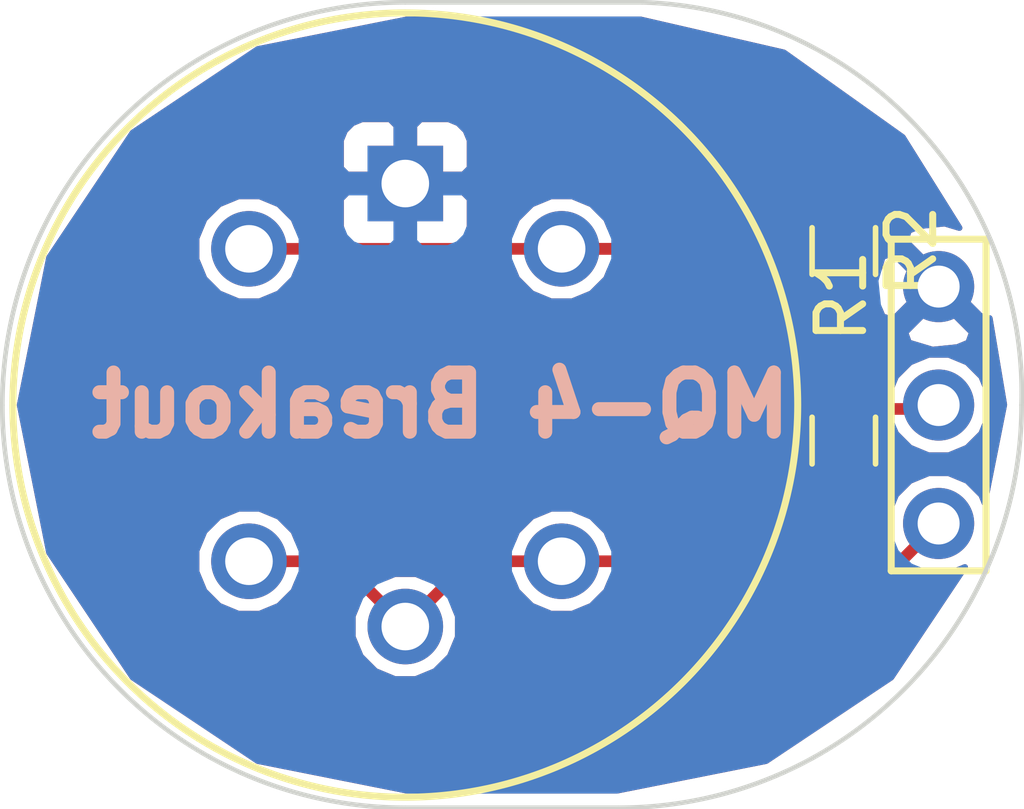
<source format=kicad_pcb>
(kicad_pcb (version 4) (host pcbnew 4.0.7)

  (general
    (links 9)
    (no_connects 0)
    (area 147.523999 94.437999 169.217849 111.810001)
    (thickness 1.6)
    (drawings 7)
    (tracks 15)
    (zones 0)
    (modules 4)
    (nets 5)
  )

  (page A4)
  (layers
    (0 F.Cu signal)
    (31 B.Cu signal)
    (32 B.Adhes user)
    (33 F.Adhes user)
    (34 B.Paste user)
    (35 F.Paste user)
    (36 B.SilkS user)
    (37 F.SilkS user)
    (38 B.Mask user)
    (39 F.Mask user)
    (40 Dwgs.User user)
    (41 Cmts.User user)
    (42 Eco1.User user)
    (43 Eco2.User user)
    (44 Edge.Cuts user)
    (45 Margin user)
    (46 B.CrtYd user)
    (47 F.CrtYd user)
    (48 B.Fab user)
    (49 F.Fab user)
  )

  (setup
    (last_trace_width 0.254)
    (user_trace_width 0.254)
    (trace_clearance 0.2)
    (zone_clearance 0.254)
    (zone_45_only no)
    (trace_min 0.2)
    (segment_width 0.2)
    (edge_width 0.1)
    (via_size 0.6)
    (via_drill 0.4)
    (via_min_size 0.4)
    (via_min_drill 0.3)
    (uvia_size 0.3)
    (uvia_drill 0.1)
    (uvias_allowed no)
    (uvia_min_size 0.2)
    (uvia_min_drill 0.1)
    (pcb_text_width 0.3)
    (pcb_text_size 1.5 1.5)
    (mod_edge_width 0.15)
    (mod_text_size 1 1)
    (mod_text_width 0.15)
    (pad_size 1.62 1.62)
    (pad_drill 1.02)
    (pad_to_mask_clearance 0)
    (aux_axis_origin 0 0)
    (visible_elements 7FFFFFFF)
    (pcbplotparams
      (layerselection 0x00030_80000001)
      (usegerberextensions false)
      (excludeedgelayer true)
      (linewidth 0.100000)
      (plotframeref false)
      (viasonmask false)
      (mode 1)
      (useauxorigin false)
      (hpglpennumber 1)
      (hpglpenspeed 20)
      (hpglpendiameter 15)
      (hpglpenoverlay 2)
      (psnegative false)
      (psa4output false)
      (plotreference true)
      (plotvalue true)
      (plotinvisibletext false)
      (padsonsilk false)
      (subtractmaskfromsilk false)
      (outputformat 1)
      (mirror false)
      (drillshape 1)
      (scaleselection 1)
      (outputdirectory ""))
  )

  (net 0 "")
  (net 1 /A_OUT)
  (net 2 /+5V)
  (net 3 /GND)
  (net 4 "Net-(R2-Pad1)")

  (net_class Default "This is the default net class."
    (clearance 0.2)
    (trace_width 0.25)
    (via_dia 0.6)
    (via_drill 0.4)
    (uvia_dia 0.3)
    (uvia_drill 0.1)
    (add_net /+5V)
    (add_net /A_OUT)
    (add_net /GND)
    (add_net "Net-(R2-Pad1)")
  )

  (module MRDT-Devices:MQ-4 (layer F.Cu) (tedit 5AA4167F) (tstamp 5AA410DB)
    (at 156.21 103.124 90)
    (descr "Temperature Sensor")
    (path /5AA40F57)
    (fp_text reference U1 (at 0 3.302 90) (layer F.SilkS) hide
      (effects (font (size 1 1) (thickness 0.15)))
    )
    (fp_text value MQ-4 (at 0 -4.572 90) (layer F.Fab)
      (effects (font (size 1 1) (thickness 0.15)))
    )
    (fp_circle (center 0 0) (end 8.41 0) (layer F.SilkS) (width 0.15))
    (pad 3 thru_hole rect (at 4.75 0 90) (size 1.62 1.62) (drill 1.02) (layers *.Cu *.Mask)
      (net 3 /GND))
    (pad 2 thru_hole circle (at 3.3498 -3.35 90) (size 1.62 1.62) (drill 1.02) (layers *.Cu *.Mask)
      (net 4 "Net-(R2-Pad1)"))
    (pad 2 thru_hole circle (at 3.3498 3.35 90) (size 1.62 1.62) (drill 1.02) (layers *.Cu *.Mask)
      (net 4 "Net-(R2-Pad1)"))
    (pad 1 thru_hole circle (at -4.75 0 90) (size 1.62 1.62) (drill 1.02) (layers *.Cu *.Mask)
      (net 2 /+5V))
    (pad 1 thru_hole circle (at -3.3498 -3.35 90) (size 1.62 1.62) (drill 1.02) (layers *.Cu *.Mask)
      (net 2 /+5V))
    (pad 1 thru_hole circle (at -3.3498 3.35 90) (size 1.62 1.62) (drill 1.02) (layers *.Cu *.Mask)
      (net 2 /+5V))
  )

  (module MRDT-Headers:3x1_Header (layer F.Cu) (tedit 5AA41B71) (tstamp 5AA410BE)
    (at 167.132 104.14)
    (path /5AA41055)
    (fp_text reference J1 (at 0.254 3.302) (layer F.SilkS) hide
      (effects (font (size 1 1) (thickness 0.15)))
    )
    (fp_text value Conn_01x03 (at 0 -5.588) (layer F.Fab) hide
      (effects (font (size 1 1) (thickness 0.15)))
    )
    (fp_line (start -0.508 -4.572) (end 1.524 -4.572) (layer F.SilkS) (width 0.15))
    (fp_line (start 1.524 -4.572) (end 1.524 2.54) (layer F.SilkS) (width 0.15))
    (fp_line (start 1.524 2.54) (end -0.508 2.54) (layer F.SilkS) (width 0.15))
    (fp_line (start -0.508 2.54) (end -0.508 -4.572) (layer F.SilkS) (width 0.15))
    (pad 1 thru_hole circle (at 0.508 -3.556) (size 1.524 1.524) (drill 0.9) (layers *.Cu *.Mask)
      (net 3 /GND))
    (pad 2 thru_hole circle (at 0.508 -1.016) (size 1.524 1.524) (drill 0.9) (layers *.Cu *.Mask)
      (net 1 /A_OUT))
    (pad 3 thru_hole circle (at 0.508 1.524) (size 1.524 1.524) (drill 0.9) (layers *.Cu *.Mask)
      (net 2 /+5V))
  )

  (module Resistors_SMD:R_0603_HandSoldering (layer F.Cu) (tedit 5AA41C17) (tstamp 5AA410CF)
    (at 165.608 103.886 90)
    (descr "Resistor SMD 0603, hand soldering")
    (tags "resistor 0603")
    (path /5AA40F92)
    (attr smd)
    (fp_text reference R1 (at 3.0988 -0.0508 90) (layer F.SilkS)
      (effects (font (size 1 1) (thickness 0.15)))
    )
    (fp_text value 19.3k (at -0.254 -1.524 90) (layer F.Fab)
      (effects (font (size 1 1) (thickness 0.15)))
    )
    (fp_text user %R (at 0 0 90) (layer F.Fab)
      (effects (font (size 0.4 0.4) (thickness 0.075)))
    )
    (fp_line (start -0.8 0.4) (end -0.8 -0.4) (layer F.Fab) (width 0.1))
    (fp_line (start 0.8 0.4) (end -0.8 0.4) (layer F.Fab) (width 0.1))
    (fp_line (start 0.8 -0.4) (end 0.8 0.4) (layer F.Fab) (width 0.1))
    (fp_line (start -0.8 -0.4) (end 0.8 -0.4) (layer F.Fab) (width 0.1))
    (fp_line (start 0.5 0.68) (end -0.5 0.68) (layer F.SilkS) (width 0.12))
    (fp_line (start -0.5 -0.68) (end 0.5 -0.68) (layer F.SilkS) (width 0.12))
    (fp_line (start -1.96 -0.7) (end 1.95 -0.7) (layer F.CrtYd) (width 0.05))
    (fp_line (start -1.96 -0.7) (end -1.96 0.7) (layer F.CrtYd) (width 0.05))
    (fp_line (start 1.95 0.7) (end 1.95 -0.7) (layer F.CrtYd) (width 0.05))
    (fp_line (start 1.95 0.7) (end -1.96 0.7) (layer F.CrtYd) (width 0.05))
    (pad 1 smd rect (at -1.1 0 90) (size 1.2 0.9) (layers F.Cu F.Paste F.Mask)
      (net 3 /GND))
    (pad 2 smd rect (at 1.1 0 90) (size 1.2 0.9) (layers F.Cu F.Paste F.Mask)
      (net 1 /A_OUT))
    (model ${KISYS3DMOD}/Resistors_SMD.3dshapes/R_0603.wrl
      (at (xyz 0 0 0))
      (scale (xyz 1 1 1))
      (rotate (xyz 0 0 0))
    )
  )

  (module Resistors_SMD:R_0603_HandSoldering (layer F.Cu) (tedit 5AA41C1B) (tstamp 5AA41B08)
    (at 165.608 99.822 270)
    (descr "Resistor SMD 0603, hand soldering")
    (tags "resistor 0603")
    (path /5AA41BE1)
    (attr smd)
    (fp_text reference R2 (at 0 -1.45 270) (layer F.SilkS)
      (effects (font (size 1 1) (thickness 0.15)))
    )
    (fp_text value 10k (at 0.254 1.524 270) (layer F.Fab)
      (effects (font (size 1 1) (thickness 0.15)))
    )
    (fp_text user %R (at 0 0 270) (layer F.Fab)
      (effects (font (size 0.4 0.4) (thickness 0.075)))
    )
    (fp_line (start -0.8 0.4) (end -0.8 -0.4) (layer F.Fab) (width 0.1))
    (fp_line (start 0.8 0.4) (end -0.8 0.4) (layer F.Fab) (width 0.1))
    (fp_line (start 0.8 -0.4) (end 0.8 0.4) (layer F.Fab) (width 0.1))
    (fp_line (start -0.8 -0.4) (end 0.8 -0.4) (layer F.Fab) (width 0.1))
    (fp_line (start 0.5 0.68) (end -0.5 0.68) (layer F.SilkS) (width 0.12))
    (fp_line (start -0.5 -0.68) (end 0.5 -0.68) (layer F.SilkS) (width 0.12))
    (fp_line (start -1.96 -0.7) (end 1.95 -0.7) (layer F.CrtYd) (width 0.05))
    (fp_line (start -1.96 -0.7) (end -1.96 0.7) (layer F.CrtYd) (width 0.05))
    (fp_line (start 1.95 0.7) (end 1.95 -0.7) (layer F.CrtYd) (width 0.05))
    (fp_line (start 1.95 0.7) (end -1.96 0.7) (layer F.CrtYd) (width 0.05))
    (pad 1 smd rect (at -1.1 0 270) (size 1.2 0.9) (layers F.Cu F.Paste F.Mask)
      (net 4 "Net-(R2-Pad1)"))
    (pad 2 smd rect (at 1.1 0 270) (size 1.2 0.9) (layers F.Cu F.Paste F.Mask)
      (net 1 /A_OUT))
    (model ${KISYS3DMOD}/Resistors_SMD.3dshapes/R_0603.wrl
      (at (xyz 0 0 0))
      (scale (xyz 1 1 1))
      (rotate (xyz 0 0 0))
    )
  )

  (gr_text "MQ-4 Breakout\n" (at 156.972 103.124) (layer B.SilkS)
    (effects (font (size 1.27 1.27) (thickness 0.3)) (justify mirror))
  )
  (gr_line (start 160.782 111.76) (end 156.21 111.76) (angle 90) (layer Edge.Cuts) (width 0.1))
  (gr_line (start 161.29 94.488) (end 156.21 94.488) (angle 90) (layer Edge.Cuts) (width 0.1))
  (gr_arc (start 156.21 103.124) (end 147.574 103.124) (angle 90) (layer Edge.Cuts) (width 0.1))
  (gr_arc (start 156.21 103.124) (end 156.21 111.76) (angle 90) (layer Edge.Cuts) (width 0.1))
  (gr_arc (start 160.782 103.124) (end 169.418 103.124) (angle 90) (layer Edge.Cuts) (width 0.1))
  (gr_arc (start 161.036 102.87) (end 161.29 94.488) (angle 90) (layer Edge.Cuts) (width 0.1))

  (segment (start 165.608 100.922) (end 165.608 102.786) (width 0.254) (layer F.Cu) (net 1))
  (segment (start 167.894 103.208) (end 165.946 103.208) (width 0.25) (layer F.Cu) (net 1))
  (segment (start 165.946 103.208) (end 165.862 103.124) (width 0.25) (layer F.Cu) (net 1) (tstamp 5AA412BB))
  (segment (start 165.0492 106.4738) (end 166.8302 106.4738) (width 0.254) (layer F.Cu) (net 2))
  (segment (start 166.8302 106.4738) (end 167.64 105.664) (width 0.254) (layer F.Cu) (net 2) (tstamp 5AA41BF5))
  (segment (start 159.56 106.4738) (end 165.0492 106.4738) (width 0.25) (layer F.Cu) (net 2))
  (segment (start 165.0492 106.4738) (end 165.0522 106.4738) (width 0.25) (layer F.Cu) (net 2) (tstamp 5AA41BF3))
  (segment (start 156.21 107.874) (end 156.21 107.8484) (width 0.25) (layer F.Cu) (net 2))
  (segment (start 156.21 107.8484) (end 157.5846 106.4738) (width 0.25) (layer F.Cu) (net 2) (tstamp 5AA412CF))
  (segment (start 157.5846 106.4738) (end 159.56 106.4738) (width 0.25) (layer F.Cu) (net 2) (tstamp 5AA412D0))
  (segment (start 152.86 106.4738) (end 154.8098 106.4738) (width 0.25) (layer F.Cu) (net 2))
  (segment (start 154.8098 106.4738) (end 156.21 107.874) (width 0.25) (layer F.Cu) (net 2) (tstamp 5AA412CB))
  (segment (start 159.56 99.7742) (end 164.5558 99.7742) (width 0.254) (layer F.Cu) (net 4))
  (segment (start 164.5558 99.7742) (end 165.608 98.722) (width 0.254) (layer F.Cu) (net 4) (tstamp 5AA41BFA))
  (segment (start 152.86 99.7742) (end 159.56 99.7742) (width 0.25) (layer F.Cu) (net 4))

  (zone (net 3) (net_name /GND) (layer F.Cu) (tstamp 5AA414EF) (hatch edge 0.508)
    (connect_pads (clearance 0.254))
    (min_thickness 0.127)
    (fill yes (arc_segments 16) (thermal_gap 0.508) (thermal_bridge_width 0.508))
    (polygon
      (pts
        (xy 169.164 111.76) (xy 147.574 111.76) (xy 147.574 94.488) (xy 169.164 94.488)
      )
    )
    (filled_polygon
      (pts
        (xy 164.324507 95.564919) (xy 166.869717 97.379441) (xy 168.086586 99.325757) (xy 167.76903 99.230511) (xy 167.24125 99.284162)
        (xy 167.002834 99.382918) (xy 166.924942 99.599534) (xy 167.64 100.314592) (xy 167.654142 100.30045) (xy 167.92355 100.569858)
        (xy 167.909408 100.584) (xy 168.624466 101.299058) (xy 168.732976 101.260039) (xy 169.044426 103.11834) (xy 168.62579 105.222967)
        (xy 168.555689 105.053311) (xy 168.252286 104.749378) (xy 167.855668 104.584687) (xy 167.426216 104.584313) (xy 167.029311 104.748311)
        (xy 166.725378 105.051714) (xy 166.618714 105.308589) (xy 166.486625 105.1765) (xy 165.7985 105.1765) (xy 165.7985 105.1965)
        (xy 165.4175 105.1965) (xy 165.4175 105.1765) (xy 164.729375 105.1765) (xy 164.5865 105.319375) (xy 164.5865 105.699678)
        (xy 164.673506 105.909728) (xy 164.795077 106.0313) (xy 160.597119 106.0313) (xy 160.516405 105.835957) (xy 160.199511 105.518509)
        (xy 159.785258 105.346496) (xy 159.33671 105.346105) (xy 158.922157 105.517395) (xy 158.604709 105.834289) (xy 158.522903 106.0313)
        (xy 157.5846 106.0313) (xy 157.415262 106.064983) (xy 157.271705 106.160905) (xy 156.61237 106.82024) (xy 156.435258 106.746696)
        (xy 155.98671 106.746305) (xy 155.789557 106.827767) (xy 155.122695 106.160905) (xy 154.979138 106.064983) (xy 154.8098 106.0313)
        (xy 153.897119 106.0313) (xy 153.816405 105.835957) (xy 153.499511 105.518509) (xy 153.085258 105.346496) (xy 152.63671 105.346105)
        (xy 152.222157 105.517395) (xy 151.904709 105.834289) (xy 151.732696 106.248542) (xy 151.732305 106.69709) (xy 151.903595 107.111643)
        (xy 152.220489 107.429091) (xy 152.634742 107.601104) (xy 153.08329 107.601495) (xy 153.497843 107.430205) (xy 153.815291 107.113311)
        (xy 153.897097 106.9163) (xy 154.62651 106.9163) (xy 155.163751 107.453541) (xy 155.082696 107.648742) (xy 155.082305 108.09729)
        (xy 155.253595 108.511843) (xy 155.570489 108.829291) (xy 155.984742 109.001304) (xy 156.43329 109.001695) (xy 156.847843 108.830405)
        (xy 157.165291 108.513511) (xy 157.337304 108.099258) (xy 157.337695 107.65071) (xy 157.248748 107.435442) (xy 157.76789 106.9163)
        (xy 158.522881 106.9163) (xy 158.603595 107.111643) (xy 158.920489 107.429091) (xy 159.334742 107.601104) (xy 159.78329 107.601495)
        (xy 160.197843 107.430205) (xy 160.515291 107.113311) (xy 160.597097 106.9163) (xy 165.039145 106.9163) (xy 165.0492 106.9183)
        (xy 166.8302 106.9183) (xy 167.000303 106.884464) (xy 167.144509 106.788109) (xy 167.258263 106.674355) (xy 167.424332 106.743313)
        (xy 167.853784 106.743687) (xy 168.205327 106.598432) (xy 166.623621 108.965621) (xy 163.943464 110.756446) (xy 160.745802 111.3925)
        (xy 156.246198 111.3925) (xy 153.048536 110.756446) (xy 150.368379 108.965621) (xy 148.577554 106.285464) (xy 148.177116 104.272322)
        (xy 164.5865 104.272322) (xy 164.5865 104.652625) (xy 164.729375 104.7955) (xy 165.4175 104.7955) (xy 165.4175 103.957375)
        (xy 165.7985 103.957375) (xy 165.7985 104.7955) (xy 166.486625 104.7955) (xy 166.6295 104.652625) (xy 166.6295 104.272322)
        (xy 166.542494 104.062272) (xy 166.381729 103.901506) (xy 166.171679 103.8145) (xy 165.941375 103.8145) (xy 165.7985 103.957375)
        (xy 165.4175 103.957375) (xy 165.274625 103.8145) (xy 165.044321 103.8145) (xy 164.834271 103.901506) (xy 164.673506 104.062272)
        (xy 164.5865 104.272322) (xy 148.177116 104.272322) (xy 147.9487 103.124) (xy 148.570601 99.99749) (xy 151.732305 99.99749)
        (xy 151.903595 100.412043) (xy 152.220489 100.729491) (xy 152.634742 100.901504) (xy 153.08329 100.901895) (xy 153.497843 100.730605)
        (xy 153.815291 100.413711) (xy 153.897097 100.2167) (xy 158.522881 100.2167) (xy 158.603595 100.412043) (xy 158.920489 100.729491)
        (xy 159.334742 100.901504) (xy 159.78329 100.901895) (xy 160.197843 100.730605) (xy 160.515291 100.413711) (xy 160.553372 100.322)
        (xy 164.83428 100.322) (xy 164.83428 101.522) (xy 164.856419 101.639658) (xy 164.925955 101.747721) (xy 165.032055 101.820215)
        (xy 165.158 101.84572) (xy 165.1635 101.84572) (xy 165.1635 101.86228) (xy 165.158 101.86228) (xy 165.040342 101.884419)
        (xy 164.932279 101.953955) (xy 164.859785 102.060055) (xy 164.83428 102.186) (xy 164.83428 103.386) (xy 164.856419 103.503658)
        (xy 164.925955 103.611721) (xy 165.032055 103.684215) (xy 165.158 103.70972) (xy 166.058 103.70972) (xy 166.175658 103.687581)
        (xy 166.233284 103.6505) (xy 166.689525 103.6505) (xy 166.724311 103.734689) (xy 167.027714 104.038622) (xy 167.424332 104.203313)
        (xy 167.853784 104.203687) (xy 168.250689 104.039689) (xy 168.554622 103.736286) (xy 168.719313 103.339668) (xy 168.719687 102.910216)
        (xy 168.555689 102.513311) (xy 168.252286 102.209378) (xy 167.855668 102.044687) (xy 167.426216 102.044313) (xy 167.029311 102.208311)
        (xy 166.725378 102.511714) (xy 166.619996 102.7655) (xy 166.38172 102.7655) (xy 166.38172 102.186) (xy 166.359581 102.068342)
        (xy 166.290045 101.960279) (xy 166.183945 101.887785) (xy 166.058 101.86228) (xy 166.0525 101.86228) (xy 166.0525 101.84572)
        (xy 166.058 101.84572) (xy 166.175658 101.823581) (xy 166.283721 101.754045) (xy 166.356215 101.647945) (xy 166.37231 101.568466)
        (xy 166.924942 101.568466) (xy 167.002834 101.785082) (xy 167.51097 101.937489) (xy 168.03875 101.883838) (xy 168.277166 101.785082)
        (xy 168.355058 101.568466) (xy 167.64 100.853408) (xy 166.924942 101.568466) (xy 166.37231 101.568466) (xy 166.38172 101.522)
        (xy 166.38172 101.083079) (xy 166.438918 101.221166) (xy 166.655534 101.299058) (xy 167.370592 100.584) (xy 166.655534 99.868942)
        (xy 166.438918 99.946834) (xy 166.360391 100.208648) (xy 166.359581 100.204342) (xy 166.290045 100.096279) (xy 166.183945 100.023785)
        (xy 166.058 99.99828) (xy 165.158 99.99828) (xy 165.040342 100.020419) (xy 164.932279 100.089955) (xy 164.859785 100.196055)
        (xy 164.83428 100.322) (xy 160.553372 100.322) (xy 160.596267 100.2187) (xy 164.5558 100.2187) (xy 164.725903 100.184864)
        (xy 164.870109 100.088509) (xy 165.312898 99.64572) (xy 166.058 99.64572) (xy 166.175658 99.623581) (xy 166.283721 99.554045)
        (xy 166.356215 99.447945) (xy 166.38172 99.322) (xy 166.38172 98.122) (xy 166.359581 98.004342) (xy 166.290045 97.896279)
        (xy 166.183945 97.823785) (xy 166.058 97.79828) (xy 165.158 97.79828) (xy 165.040342 97.820419) (xy 164.932279 97.889955)
        (xy 164.859785 97.996055) (xy 164.83428 98.122) (xy 164.83428 98.867102) (xy 164.371682 99.3297) (xy 160.596293 99.3297)
        (xy 160.516405 99.136357) (xy 160.199511 98.818909) (xy 159.785258 98.646896) (xy 159.33671 98.646505) (xy 158.922157 98.817795)
        (xy 158.604709 99.134689) (xy 158.522903 99.3317) (xy 157.577408 99.3317) (xy 157.5915 99.297678) (xy 157.5915 98.707375)
        (xy 157.448625 98.5645) (xy 156.4005 98.5645) (xy 156.4005 98.5845) (xy 156.0195 98.5845) (xy 156.0195 98.5645)
        (xy 154.971375 98.5645) (xy 154.8285 98.707375) (xy 154.8285 99.297678) (xy 154.842592 99.3317) (xy 153.897119 99.3317)
        (xy 153.816405 99.136357) (xy 153.499511 98.818909) (xy 153.085258 98.646896) (xy 152.63671 98.646505) (xy 152.222157 98.817795)
        (xy 151.904709 99.134689) (xy 151.732696 99.548942) (xy 151.732305 99.99749) (xy 148.570601 99.99749) (xy 148.577554 99.962536)
        (xy 150.256162 97.450322) (xy 154.8285 97.450322) (xy 154.8285 98.040625) (xy 154.971375 98.1835) (xy 156.0195 98.1835)
        (xy 156.0195 97.135375) (xy 156.4005 97.135375) (xy 156.4005 98.1835) (xy 157.448625 98.1835) (xy 157.5915 98.040625)
        (xy 157.5915 97.450322) (xy 157.504494 97.240272) (xy 157.343729 97.079506) (xy 157.133679 96.9925) (xy 156.543375 96.9925)
        (xy 156.4005 97.135375) (xy 156.0195 97.135375) (xy 155.876625 96.9925) (xy 155.286321 96.9925) (xy 155.076271 97.079506)
        (xy 154.915506 97.240272) (xy 154.8285 97.450322) (xy 150.256162 97.450322) (xy 150.368379 97.282379) (xy 153.048536 95.491554)
        (xy 156.246198 94.8555) (xy 161.248174 94.8555)
      )
    )
  )
  (zone (net 3) (net_name /GND) (layer B.Cu) (tstamp 5AA4150D) (hatch edge 0.508)
    (connect_pads (clearance 0.254))
    (min_thickness 0.127)
    (fill yes (arc_segments 16) (thermal_gap 0.508) (thermal_bridge_width 0.508))
    (polygon
      (pts
        (xy 169.164 111.76) (xy 147.574 111.76) (xy 147.574 94.488) (xy 169.164 94.488)
      )
    )
    (filled_polygon
      (pts
        (xy 164.324507 95.564919) (xy 166.869717 97.379441) (xy 168.086586 99.325757) (xy 167.76903 99.230511) (xy 167.24125 99.284162)
        (xy 167.002834 99.382918) (xy 166.924942 99.599534) (xy 167.64 100.314592) (xy 167.654142 100.30045) (xy 167.92355 100.569858)
        (xy 167.909408 100.584) (xy 168.624466 101.299058) (xy 168.732976 101.260039) (xy 169.044426 103.11834) (xy 168.62579 105.222967)
        (xy 168.555689 105.053311) (xy 168.252286 104.749378) (xy 167.855668 104.584687) (xy 167.426216 104.584313) (xy 167.029311 104.748311)
        (xy 166.725378 105.051714) (xy 166.560687 105.448332) (xy 166.560313 105.877784) (xy 166.724311 106.274689) (xy 167.027714 106.578622)
        (xy 167.424332 106.743313) (xy 167.853784 106.743687) (xy 168.205327 106.598432) (xy 166.623621 108.965621) (xy 163.943464 110.756446)
        (xy 160.745802 111.3925) (xy 156.246198 111.3925) (xy 153.048536 110.756446) (xy 150.368379 108.965621) (xy 149.788179 108.09729)
        (xy 155.082305 108.09729) (xy 155.253595 108.511843) (xy 155.570489 108.829291) (xy 155.984742 109.001304) (xy 156.43329 109.001695)
        (xy 156.847843 108.830405) (xy 157.165291 108.513511) (xy 157.337304 108.099258) (xy 157.337695 107.65071) (xy 157.166405 107.236157)
        (xy 156.849511 106.918709) (xy 156.435258 106.746696) (xy 155.98671 106.746305) (xy 155.572157 106.917595) (xy 155.254709 107.234489)
        (xy 155.082696 107.648742) (xy 155.082305 108.09729) (xy 149.788179 108.09729) (xy 148.852594 106.69709) (xy 151.732305 106.69709)
        (xy 151.903595 107.111643) (xy 152.220489 107.429091) (xy 152.634742 107.601104) (xy 153.08329 107.601495) (xy 153.497843 107.430205)
        (xy 153.815291 107.113311) (xy 153.987304 106.699058) (xy 153.987305 106.69709) (xy 158.432305 106.69709) (xy 158.603595 107.111643)
        (xy 158.920489 107.429091) (xy 159.334742 107.601104) (xy 159.78329 107.601495) (xy 160.197843 107.430205) (xy 160.515291 107.113311)
        (xy 160.687304 106.699058) (xy 160.687695 106.25051) (xy 160.516405 105.835957) (xy 160.199511 105.518509) (xy 159.785258 105.346496)
        (xy 159.33671 105.346105) (xy 158.922157 105.517395) (xy 158.604709 105.834289) (xy 158.432696 106.248542) (xy 158.432305 106.69709)
        (xy 153.987305 106.69709) (xy 153.987695 106.25051) (xy 153.816405 105.835957) (xy 153.499511 105.518509) (xy 153.085258 105.346496)
        (xy 152.63671 105.346105) (xy 152.222157 105.517395) (xy 151.904709 105.834289) (xy 151.732696 106.248542) (xy 151.732305 106.69709)
        (xy 148.852594 106.69709) (xy 148.577554 106.285464) (xy 147.991225 103.337784) (xy 166.560313 103.337784) (xy 166.724311 103.734689)
        (xy 167.027714 104.038622) (xy 167.424332 104.203313) (xy 167.853784 104.203687) (xy 168.250689 104.039689) (xy 168.554622 103.736286)
        (xy 168.719313 103.339668) (xy 168.719687 102.910216) (xy 168.555689 102.513311) (xy 168.252286 102.209378) (xy 167.855668 102.044687)
        (xy 167.426216 102.044313) (xy 167.029311 102.208311) (xy 166.725378 102.511714) (xy 166.560687 102.908332) (xy 166.560313 103.337784)
        (xy 147.991225 103.337784) (xy 147.9487 103.124) (xy 148.258114 101.568466) (xy 166.924942 101.568466) (xy 167.002834 101.785082)
        (xy 167.51097 101.937489) (xy 168.03875 101.883838) (xy 168.277166 101.785082) (xy 168.355058 101.568466) (xy 167.64 100.853408)
        (xy 166.924942 101.568466) (xy 148.258114 101.568466) (xy 148.570601 99.99749) (xy 151.732305 99.99749) (xy 151.903595 100.412043)
        (xy 152.220489 100.729491) (xy 152.634742 100.901504) (xy 153.08329 100.901895) (xy 153.497843 100.730605) (xy 153.815291 100.413711)
        (xy 153.987304 99.999458) (xy 153.987305 99.99749) (xy 158.432305 99.99749) (xy 158.603595 100.412043) (xy 158.920489 100.729491)
        (xy 159.334742 100.901504) (xy 159.78329 100.901895) (xy 160.197843 100.730605) (xy 160.473959 100.45497) (xy 166.286511 100.45497)
        (xy 166.340162 100.98275) (xy 166.438918 101.221166) (xy 166.655534 101.299058) (xy 167.370592 100.584) (xy 166.655534 99.868942)
        (xy 166.438918 99.946834) (xy 166.286511 100.45497) (xy 160.473959 100.45497) (xy 160.515291 100.413711) (xy 160.687304 99.999458)
        (xy 160.687695 99.55091) (xy 160.516405 99.136357) (xy 160.199511 98.818909) (xy 159.785258 98.646896) (xy 159.33671 98.646505)
        (xy 158.922157 98.817795) (xy 158.604709 99.134689) (xy 158.432696 99.548942) (xy 158.432305 99.99749) (xy 153.987305 99.99749)
        (xy 153.987695 99.55091) (xy 153.816405 99.136357) (xy 153.499511 98.818909) (xy 153.230908 98.707375) (xy 154.8285 98.707375)
        (xy 154.8285 99.297678) (xy 154.915506 99.507728) (xy 155.076271 99.668494) (xy 155.286321 99.7555) (xy 155.876625 99.7555)
        (xy 156.0195 99.612625) (xy 156.0195 98.5645) (xy 156.4005 98.5645) (xy 156.4005 99.612625) (xy 156.543375 99.7555)
        (xy 157.133679 99.7555) (xy 157.343729 99.668494) (xy 157.504494 99.507728) (xy 157.5915 99.297678) (xy 157.5915 98.707375)
        (xy 157.448625 98.5645) (xy 156.4005 98.5645) (xy 156.0195 98.5645) (xy 154.971375 98.5645) (xy 154.8285 98.707375)
        (xy 153.230908 98.707375) (xy 153.085258 98.646896) (xy 152.63671 98.646505) (xy 152.222157 98.817795) (xy 151.904709 99.134689)
        (xy 151.732696 99.548942) (xy 151.732305 99.99749) (xy 148.570601 99.99749) (xy 148.577554 99.962536) (xy 150.256162 97.450322)
        (xy 154.8285 97.450322) (xy 154.8285 98.040625) (xy 154.971375 98.1835) (xy 156.0195 98.1835) (xy 156.0195 97.135375)
        (xy 156.4005 97.135375) (xy 156.4005 98.1835) (xy 157.448625 98.1835) (xy 157.5915 98.040625) (xy 157.5915 97.450322)
        (xy 157.504494 97.240272) (xy 157.343729 97.079506) (xy 157.133679 96.9925) (xy 156.543375 96.9925) (xy 156.4005 97.135375)
        (xy 156.0195 97.135375) (xy 155.876625 96.9925) (xy 155.286321 96.9925) (xy 155.076271 97.079506) (xy 154.915506 97.240272)
        (xy 154.8285 97.450322) (xy 150.256162 97.450322) (xy 150.368379 97.282379) (xy 153.048536 95.491554) (xy 156.246198 94.8555)
        (xy 161.248174 94.8555)
      )
    )
  )
)

</source>
